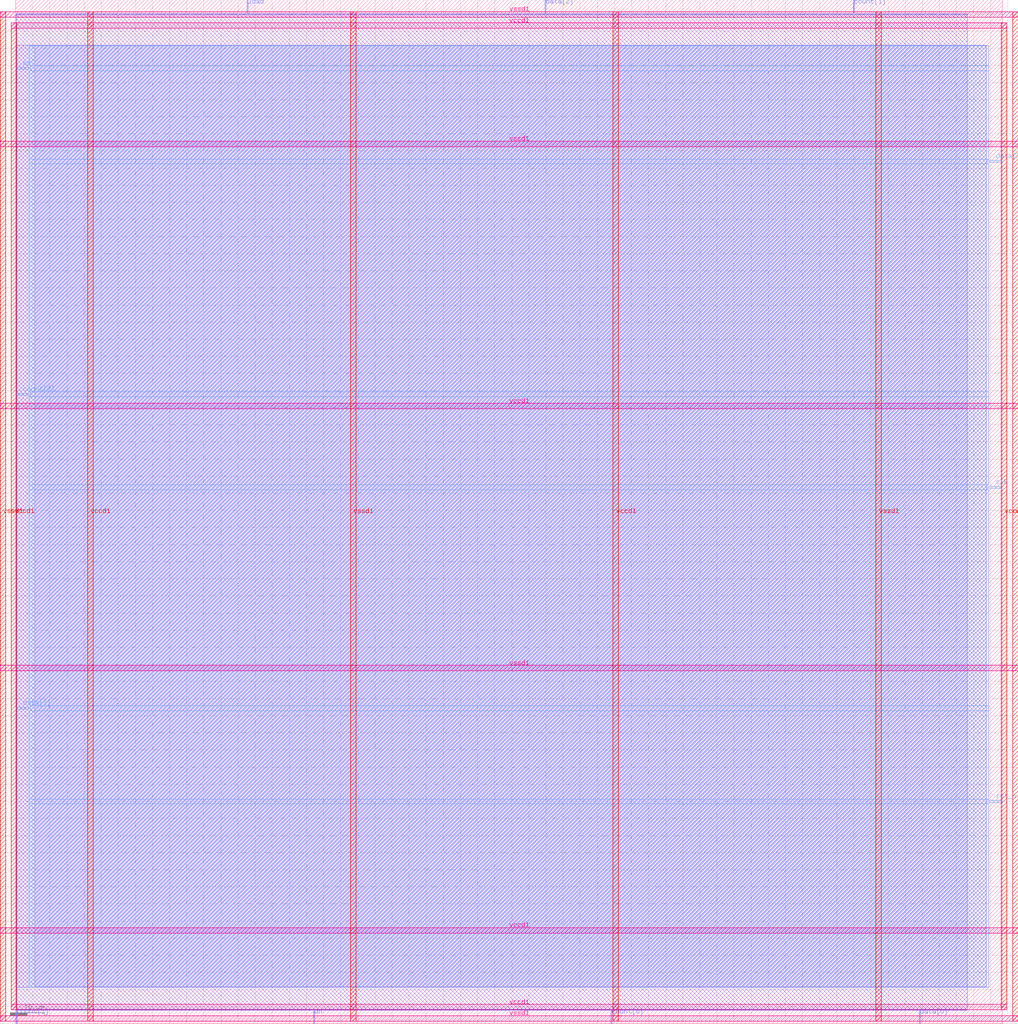
<source format=lef>
VERSION 5.7 ;
  NOWIREEXTENSIONATPIN ON ;
  DIVIDERCHAR "/" ;
  BUSBITCHARS "[]" ;
MACRO counter
  CLASS BLOCK ;
  FOREIGN counter ;
  ORIGIN 0.000 0.000 ;
  SIZE 288.435 BY 299.155 ;
  PIN clk
    DIRECTION INPUT ;
    USE SIGNAL ;
    PORT
      LAYER met3 ;
        RECT 284.435 156.440 288.435 157.040 ;
    END
  END clk
  PIN count[0]
    DIRECTION OUTPUT TRISTATE ;
    USE SIGNAL ;
    PORT
      LAYER met2 ;
        RECT 173.970 0.000 174.250 4.000 ;
    END
  END count[0]
  PIN count[1]
    DIRECTION OUTPUT TRISTATE ;
    USE SIGNAL ;
    PORT
      LAYER met2 ;
        RECT 244.810 295.155 245.090 299.155 ;
    END
  END count[1]
  PIN count[2]
    DIRECTION OUTPUT TRISTATE ;
    USE SIGNAL ;
    PORT
      LAYER met3 ;
        RECT 0.000 183.640 4.000 184.240 ;
    END
  END count[2]
  PIN count[3]
    DIRECTION OUTPUT TRISTATE ;
    USE SIGNAL ;
    PORT
      LAYER met2 ;
        RECT 0.090 0.000 0.370 4.000 ;
    END
  END count[3]
  PIN data[0]
    DIRECTION INPUT ;
    USE SIGNAL ;
    PORT
      LAYER met2 ;
        RECT 264.130 0.000 264.410 4.000 ;
    END
  END data[0]
  PIN data[1]
    DIRECTION INPUT ;
    USE SIGNAL ;
    PORT
      LAYER met3 ;
        RECT 0.000 91.840 4.000 92.440 ;
    END
  END data[1]
  PIN data[2]
    DIRECTION INPUT ;
    USE SIGNAL ;
    PORT
      LAYER met2 ;
        RECT 154.650 295.155 154.930 299.155 ;
    END
  END data[2]
  PIN data[3]
    DIRECTION INPUT ;
    USE SIGNAL ;
    PORT
      LAYER met3 ;
        RECT 284.435 251.640 288.435 252.240 ;
    END
  END data[3]
  PIN dn
    DIRECTION INPUT ;
    USE SIGNAL ;
    PORT
      LAYER met2 ;
        RECT 87.030 0.000 87.310 4.000 ;
    END
  END dn
  PIN en
    DIRECTION INPUT ;
    USE SIGNAL ;
    PORT
      LAYER met3 ;
        RECT 0.000 278.840 4.000 279.440 ;
    END
  END en
  PIN load
    DIRECTION INPUT ;
    USE SIGNAL ;
    PORT
      LAYER met2 ;
        RECT 67.710 295.155 67.990 299.155 ;
    END
  END load
  PIN rst_n
    DIRECTION INPUT ;
    USE SIGNAL ;
    PORT
      LAYER met3 ;
        RECT 284.435 64.640 288.435 65.240 ;
    END
  END rst_n
  PIN vccd1
    DIRECTION INPUT ;
    USE POWER ;
    PORT
      LAYER met5 ;
        RECT -1.280 4.080 289.700 5.680 ;
    END
    PORT
      LAYER met5 ;
        RECT -4.580 26.490 293.000 28.090 ;
    END
    PORT
      LAYER met5 ;
        RECT -4.580 179.670 293.000 181.270 ;
    END
    PORT
      LAYER met5 ;
        RECT -1.280 290.800 289.700 292.400 ;
    END
    PORT
      LAYER met4 ;
        RECT -1.280 4.080 0.320 292.400 ;
    END
    PORT
      LAYER met4 ;
        RECT 288.100 4.080 289.700 292.400 ;
    END
    PORT
      LAYER met4 ;
        RECT 21.040 0.780 22.640 295.700 ;
    END
    PORT
      LAYER met4 ;
        RECT 174.640 0.780 176.240 295.700 ;
    END
  END vccd1
  PIN vssd1
    DIRECTION INPUT ;
    USE GROUND ;
    PORT
      LAYER met5 ;
        RECT -4.580 0.780 293.000 2.380 ;
    END
    PORT
      LAYER met5 ;
        RECT -4.580 103.080 293.000 104.680 ;
    END
    PORT
      LAYER met5 ;
        RECT -4.580 256.260 293.000 257.860 ;
    END
    PORT
      LAYER met5 ;
        RECT -4.580 294.100 293.000 295.700 ;
    END
    PORT
      LAYER met4 ;
        RECT -4.580 0.780 -2.980 295.700 ;
    END
    PORT
      LAYER met4 ;
        RECT 97.840 0.780 99.440 295.700 ;
    END
    PORT
      LAYER met4 ;
        RECT 251.440 0.780 253.040 295.700 ;
    END
    PORT
      LAYER met4 ;
        RECT 291.400 0.780 293.000 295.700 ;
    END
  END vssd1
  OBS
      LAYER li1 ;
        RECT 5.520 10.795 283.675 285.685 ;
      LAYER met1 ;
        RECT 0.070 10.640 283.735 285.840 ;
      LAYER met2 ;
        RECT 0.100 294.875 67.430 295.155 ;
        RECT 68.270 294.875 154.370 295.155 ;
        RECT 155.210 294.875 244.530 295.155 ;
        RECT 245.370 294.875 278.210 295.155 ;
        RECT 0.100 4.280 278.210 294.875 ;
        RECT 0.650 4.000 86.750 4.280 ;
        RECT 87.590 4.000 173.690 4.280 ;
        RECT 174.530 4.000 263.850 4.280 ;
        RECT 264.690 4.000 278.210 4.280 ;
      LAYER met3 ;
        RECT 4.000 279.840 284.435 285.765 ;
        RECT 4.400 278.440 284.435 279.840 ;
        RECT 4.000 252.640 284.435 278.440 ;
        RECT 4.000 251.240 284.035 252.640 ;
        RECT 4.000 184.640 284.435 251.240 ;
        RECT 4.400 183.240 284.435 184.640 ;
        RECT 4.000 157.440 284.435 183.240 ;
        RECT 4.000 156.040 284.035 157.440 ;
        RECT 4.000 92.840 284.435 156.040 ;
        RECT 4.400 91.440 284.435 92.840 ;
        RECT 4.000 65.640 284.435 91.440 ;
        RECT 4.000 64.240 284.035 65.640 ;
        RECT 4.000 10.715 284.435 64.240 ;
  END
END counter
END LIBRARY


</source>
